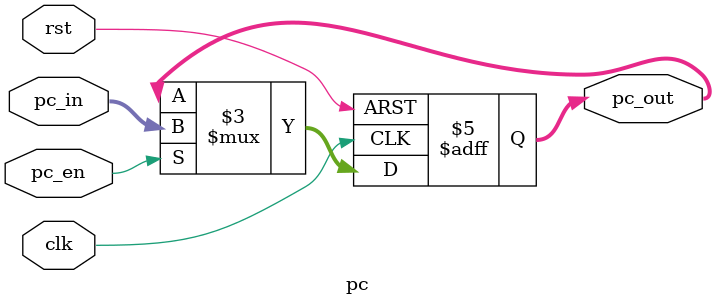
<source format=v>
module pc(
    input  clk, rst , pc_en, 
    input  [31:0] pc_in, 
    output reg [31:0] pc_out
);

    always @(posedge clk or posedge rst) begin
        if(rst) pc_out <= 0; 
        else if(pc_en) pc_out <= pc_in; // pc update
		else pc_out <= pc_out;
    end

endmodule

</source>
